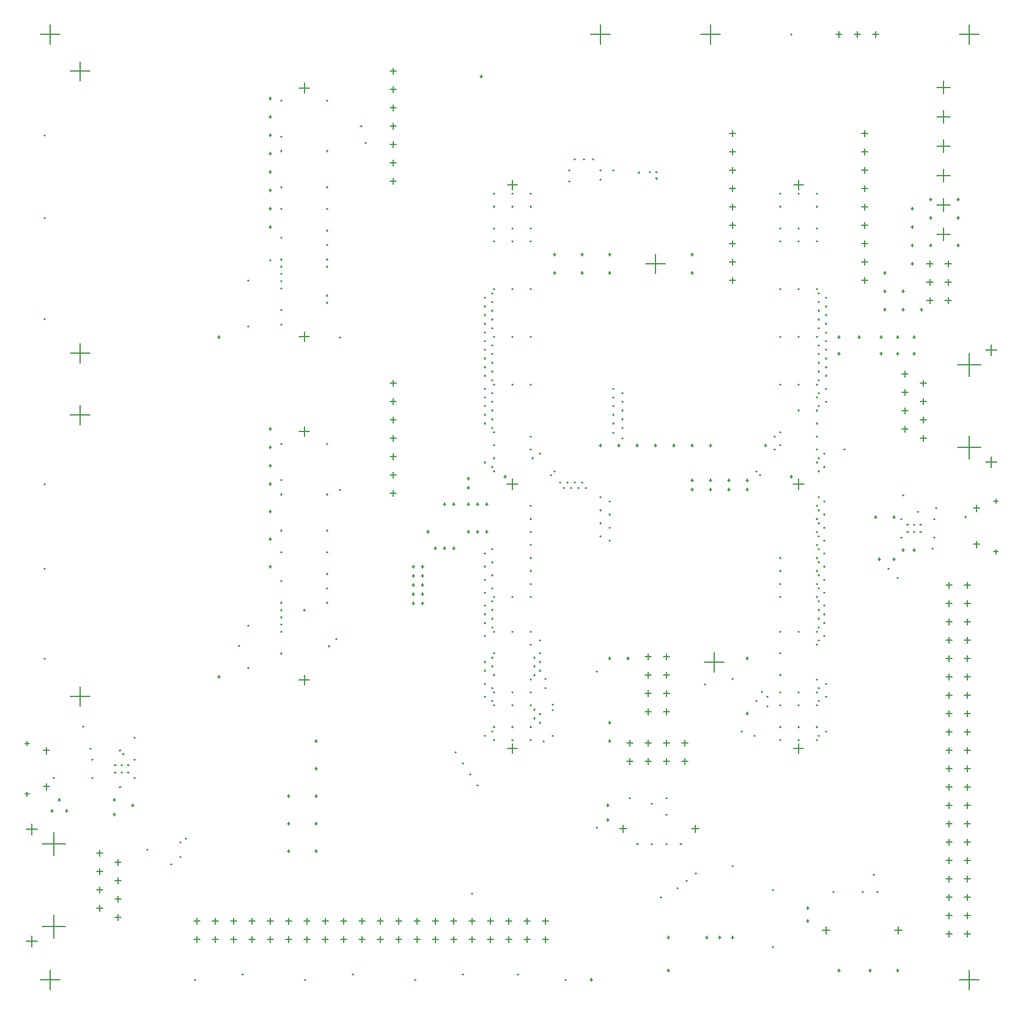
<source format=gbr>
G04 Layer_Color=128*
%FSLAX24Y24*%
%MOIN*%
%TF.FileFunction,Drillmap*%
%TF.Part,Single*%
G01*
G75*
%TA.AperFunction,NonConductor*%
%ADD138C,0.0050*%
D138*
X37669Y19300D02*
X38732D01*
X38200Y18769D02*
Y19832D01*
X51568Y2000D02*
X52632D01*
X52100Y1469D02*
Y2531D01*
X1469Y2000D02*
X2531D01*
X2000Y1469D02*
Y2531D01*
X1469Y53500D02*
X2531D01*
X2000Y52969D02*
Y54032D01*
X51568Y53500D02*
X52632D01*
X52100Y52969D02*
Y54032D01*
X34469Y41000D02*
X35531D01*
X35000Y40469D02*
Y41532D01*
X39023Y41100D02*
X39377D01*
X39200Y40923D02*
Y41277D01*
X39023Y48100D02*
X39377D01*
X39200Y47923D02*
Y48277D01*
X39023Y47100D02*
X39377D01*
X39200Y46923D02*
Y47277D01*
X39023Y46100D02*
X39377D01*
X39200Y45923D02*
Y46277D01*
X39023Y45100D02*
X39377D01*
X39200Y44923D02*
Y45277D01*
X39023Y44100D02*
X39377D01*
X39200Y43923D02*
Y44277D01*
X39023Y43100D02*
X39377D01*
X39200Y42923D02*
Y43277D01*
X39023Y42100D02*
X39377D01*
X39200Y41923D02*
Y42277D01*
X39023Y40100D02*
X39377D01*
X39200Y39923D02*
Y40277D01*
X20523Y51500D02*
X20877D01*
X20700Y51323D02*
Y51677D01*
X20523Y50500D02*
X20877D01*
X20700Y50323D02*
Y50677D01*
X20523Y49500D02*
X20877D01*
X20700Y49323D02*
Y49677D01*
X20523Y48500D02*
X20877D01*
X20700Y48323D02*
Y48677D01*
X20523Y46500D02*
X20877D01*
X20700Y46323D02*
Y46677D01*
X20523Y45500D02*
X20877D01*
X20700Y45323D02*
Y45677D01*
X20523Y47500D02*
X20877D01*
X20700Y47323D02*
Y47677D01*
X50823Y23500D02*
X51177D01*
X51000Y23323D02*
Y23677D01*
X51823Y23500D02*
X52177D01*
X52000Y23323D02*
Y23677D01*
X50823Y22500D02*
X51177D01*
X51000Y22323D02*
Y22677D01*
X51823Y22500D02*
X52177D01*
X52000Y22323D02*
Y22677D01*
X50823Y21500D02*
X51177D01*
X51000Y21323D02*
Y21677D01*
X51823Y21500D02*
X52177D01*
X52000Y21323D02*
Y21677D01*
X50823Y20500D02*
X51177D01*
X51000Y20323D02*
Y20677D01*
X51823Y20500D02*
X52177D01*
X52000Y20323D02*
Y20677D01*
X50823Y19500D02*
X51177D01*
X51000Y19323D02*
Y19677D01*
X51823Y19500D02*
X52177D01*
X52000Y19323D02*
Y19677D01*
X50823Y18500D02*
X51177D01*
X51000Y18323D02*
Y18677D01*
X51823Y18500D02*
X52177D01*
X52000Y18323D02*
Y18677D01*
X50823Y17500D02*
X51177D01*
X51000Y17323D02*
Y17677D01*
X51823Y17500D02*
X52177D01*
X52000Y17323D02*
Y17677D01*
X50823Y16500D02*
X51177D01*
X51000Y16323D02*
Y16677D01*
X51823Y16500D02*
X52177D01*
X52000Y16323D02*
Y16677D01*
X50823Y15500D02*
X51177D01*
X51000Y15323D02*
Y15677D01*
X51823Y15500D02*
X52177D01*
X52000Y15323D02*
Y15677D01*
X50823Y14500D02*
X51177D01*
X51000Y14323D02*
Y14677D01*
X51823Y14500D02*
X52177D01*
X52000Y14323D02*
Y14677D01*
X50823Y13500D02*
X51177D01*
X51000Y13323D02*
Y13677D01*
X51823Y13500D02*
X52177D01*
X52000Y13323D02*
Y13677D01*
X50823Y12500D02*
X51177D01*
X51000Y12323D02*
Y12677D01*
X51823Y12500D02*
X52177D01*
X52000Y12323D02*
Y12677D01*
X50823Y11500D02*
X51177D01*
X51000Y11323D02*
Y11677D01*
X51823Y11500D02*
X52177D01*
X52000Y11323D02*
Y11677D01*
X50823Y10500D02*
X51177D01*
X51000Y10323D02*
Y10677D01*
X51823Y10500D02*
X52177D01*
X52000Y10323D02*
Y10677D01*
X50823Y9500D02*
X51177D01*
X51000Y9323D02*
Y9677D01*
X51823Y9500D02*
X52177D01*
X52000Y9323D02*
Y9677D01*
X50823Y8500D02*
X51177D01*
X51000Y8323D02*
Y8677D01*
X51823Y8500D02*
X52177D01*
X52000Y8323D02*
Y8677D01*
X50823Y7500D02*
X51177D01*
X51000Y7323D02*
Y7677D01*
X51823Y7500D02*
X52177D01*
X52000Y7323D02*
Y7677D01*
X50823Y6500D02*
X51177D01*
X51000Y6323D02*
Y6677D01*
X51823Y6500D02*
X52177D01*
X52000Y6323D02*
Y6677D01*
X50823Y5500D02*
X51177D01*
X51000Y5323D02*
Y5677D01*
X51823Y5500D02*
X52177D01*
X52000Y5323D02*
Y5677D01*
X50823Y4500D02*
X51177D01*
X51000Y4323D02*
Y4677D01*
X51823Y4500D02*
X52177D01*
X52000Y4323D02*
Y4677D01*
X35423Y16600D02*
X35777D01*
X35600Y16423D02*
Y16777D01*
X34423Y16600D02*
X34777D01*
X34600Y16423D02*
Y16777D01*
X35423Y17600D02*
X35777D01*
X35600Y17423D02*
Y17777D01*
X34423Y17600D02*
X34777D01*
X34600Y17423D02*
Y17777D01*
X35423Y18600D02*
X35777D01*
X35600Y18423D02*
Y18777D01*
X34423Y18600D02*
X34777D01*
X34600Y18423D02*
Y18777D01*
X35423Y19600D02*
X35777D01*
X35600Y19423D02*
Y19777D01*
X34423Y19600D02*
X34777D01*
X34600Y19423D02*
Y19777D01*
X4523Y8900D02*
X4877D01*
X4700Y8723D02*
Y9077D01*
X5523Y8400D02*
X5877D01*
X5700Y8223D02*
Y8577D01*
X4523Y7900D02*
X4877D01*
X4700Y7723D02*
Y8077D01*
X5523Y7400D02*
X5877D01*
X5700Y7223D02*
Y7577D01*
X4523Y6900D02*
X4877D01*
X4700Y6723D02*
Y7077D01*
X5523Y6400D02*
X5877D01*
X5700Y6223D02*
Y6577D01*
X4523Y5900D02*
X4877D01*
X4700Y5723D02*
Y6077D01*
X5523Y5400D02*
X5877D01*
X5700Y5223D02*
Y5577D01*
X690Y10200D02*
X1310D01*
X1000Y9890D02*
Y10510D01*
X690Y4100D02*
X1310D01*
X1000Y3790D02*
Y4410D01*
X1560Y9400D02*
X2840D01*
X2200Y8760D02*
Y10040D01*
X1560Y4900D02*
X2840D01*
X2200Y4260D02*
Y5540D01*
X51460Y35500D02*
X52740D01*
X52100Y34860D02*
Y36140D01*
X51460Y31000D02*
X52740D01*
X52100Y30360D02*
Y31640D01*
X52990Y36300D02*
X53610D01*
X53300Y35990D02*
Y36610D01*
X52990Y30200D02*
X53610D01*
X53300Y29890D02*
Y30510D01*
X48423Y35000D02*
X48777D01*
X48600Y34823D02*
Y35177D01*
X49423Y34500D02*
X49777D01*
X49600Y34323D02*
Y34677D01*
X48423Y34000D02*
X48777D01*
X48600Y33823D02*
Y34177D01*
X49423Y33500D02*
X49777D01*
X49600Y33323D02*
Y33677D01*
X48423Y33000D02*
X48777D01*
X48600Y32823D02*
Y33177D01*
X49423Y32500D02*
X49777D01*
X49600Y32323D02*
Y32677D01*
X48423Y32000D02*
X48777D01*
X48600Y31823D02*
Y32177D01*
X49423Y31500D02*
X49777D01*
X49600Y31323D02*
Y31677D01*
X15574Y18326D02*
X16125D01*
X15850Y18050D02*
Y18602D01*
X15574Y31869D02*
X16125D01*
X15850Y31594D02*
Y32145D01*
X15574Y50574D02*
X16125D01*
X15850Y50298D02*
Y50850D01*
X15574Y37031D02*
X16125D01*
X15850Y36755D02*
Y37306D01*
X42524Y45299D02*
X43076D01*
X42800Y45024D02*
Y45575D01*
X42524Y14591D02*
X43076D01*
X42800Y14315D02*
Y14866D01*
X42505Y29000D02*
X43095D01*
X42800Y28705D02*
Y29295D01*
X26905Y29000D02*
X27495D01*
X27200Y28705D02*
Y29295D01*
X26924Y14591D02*
X27476D01*
X27200Y14315D02*
Y14866D01*
X26924Y45299D02*
X27476D01*
X27200Y45024D02*
Y45575D01*
X36972Y10239D02*
X37365D01*
X37169Y10042D02*
Y10435D01*
X33035Y10239D02*
X33428D01*
X33231Y10042D02*
Y10435D01*
X44097Y4700D02*
X44491D01*
X44294Y4503D02*
Y4897D01*
X48034Y4700D02*
X48428D01*
X48231Y4503D02*
Y4897D01*
X46823Y53500D02*
X47177D01*
X47000Y53323D02*
Y53677D01*
X45823Y53500D02*
X46177D01*
X46000Y53323D02*
Y53677D01*
X44823Y53500D02*
X45177D01*
X45000Y53323D02*
Y53677D01*
X20523Y34500D02*
X20877D01*
X20700Y34323D02*
Y34677D01*
X20523Y33500D02*
X20877D01*
X20700Y33323D02*
Y33677D01*
X20523Y32500D02*
X20877D01*
X20700Y32323D02*
Y32677D01*
X20523Y31500D02*
X20877D01*
X20700Y31323D02*
Y31677D01*
X20523Y29500D02*
X20877D01*
X20700Y29323D02*
Y29677D01*
X20523Y28500D02*
X20877D01*
X20700Y28323D02*
Y28677D01*
X20523Y30500D02*
X20877D01*
X20700Y30323D02*
Y30677D01*
X46223Y41100D02*
X46577D01*
X46400Y40923D02*
Y41277D01*
X46223Y48100D02*
X46577D01*
X46400Y47923D02*
Y48277D01*
X46223Y47100D02*
X46577D01*
X46400Y46923D02*
Y47277D01*
X46223Y46100D02*
X46577D01*
X46400Y45923D02*
Y46277D01*
X46223Y45100D02*
X46577D01*
X46400Y44923D02*
Y45277D01*
X46223Y44100D02*
X46577D01*
X46400Y43923D02*
Y44277D01*
X46223Y43100D02*
X46577D01*
X46400Y42923D02*
Y43277D01*
X46223Y42100D02*
X46577D01*
X46400Y41923D02*
Y42277D01*
X46223Y40100D02*
X46577D01*
X46400Y39923D02*
Y40277D01*
X28823Y5200D02*
X29177D01*
X29000Y5023D02*
Y5377D01*
X28823Y4200D02*
X29177D01*
X29000Y4023D02*
Y4377D01*
X27823Y5200D02*
X28177D01*
X28000Y5023D02*
Y5377D01*
X27823Y4200D02*
X28177D01*
X28000Y4023D02*
Y4377D01*
X26823Y5200D02*
X27177D01*
X27000Y5023D02*
Y5377D01*
X26823Y4200D02*
X27177D01*
X27000Y4023D02*
Y4377D01*
X25823Y5200D02*
X26177D01*
X26000Y5023D02*
Y5377D01*
X25823Y4200D02*
X26177D01*
X26000Y4023D02*
Y4377D01*
X24823Y5200D02*
X25177D01*
X25000Y5023D02*
Y5377D01*
X24823Y4200D02*
X25177D01*
X25000Y4023D02*
Y4377D01*
X23823Y5200D02*
X24177D01*
X24000Y5023D02*
Y5377D01*
X23823Y4200D02*
X24177D01*
X24000Y4023D02*
Y4377D01*
X22823Y5200D02*
X23177D01*
X23000Y5023D02*
Y5377D01*
X22823Y4200D02*
X23177D01*
X23000Y4023D02*
Y4377D01*
X21823Y5200D02*
X22177D01*
X22000Y5023D02*
Y5377D01*
X21823Y4200D02*
X22177D01*
X22000Y4023D02*
Y4377D01*
X20823Y5200D02*
X21177D01*
X21000Y5023D02*
Y5377D01*
X20823Y4200D02*
X21177D01*
X21000Y4023D02*
Y4377D01*
X19823Y5200D02*
X20177D01*
X20000Y5023D02*
Y5377D01*
X19823Y4200D02*
X20177D01*
X20000Y4023D02*
Y4377D01*
X18823Y5200D02*
X19177D01*
X19000Y5023D02*
Y5377D01*
X18823Y4200D02*
X19177D01*
X19000Y4023D02*
Y4377D01*
X17823Y5200D02*
X18177D01*
X18000Y5023D02*
Y5377D01*
X17823Y4200D02*
X18177D01*
X18000Y4023D02*
Y4377D01*
X16823Y5200D02*
X17177D01*
X17000Y5023D02*
Y5377D01*
X16823Y4200D02*
X17177D01*
X17000Y4023D02*
Y4377D01*
X15823Y5200D02*
X16177D01*
X16000Y5023D02*
Y5377D01*
X15823Y4200D02*
X16177D01*
X16000Y4023D02*
Y4377D01*
X14823Y5200D02*
X15177D01*
X15000Y5023D02*
Y5377D01*
X14823Y4200D02*
X15177D01*
X15000Y4023D02*
Y4377D01*
X13823Y5200D02*
X14177D01*
X14000Y5023D02*
Y5377D01*
X13823Y4200D02*
X14177D01*
X14000Y4023D02*
Y4377D01*
X12823Y5200D02*
X13177D01*
X13000Y5023D02*
Y5377D01*
X12823Y4200D02*
X13177D01*
X13000Y4023D02*
Y4377D01*
X11823Y5200D02*
X12177D01*
X12000Y5023D02*
Y5377D01*
X11823Y4200D02*
X12177D01*
X12000Y4023D02*
Y4377D01*
X10823Y5200D02*
X11177D01*
X11000Y5023D02*
Y5377D01*
X10823Y4200D02*
X11177D01*
X11000Y4023D02*
Y4377D01*
X9823Y5200D02*
X10177D01*
X10000Y5023D02*
Y5377D01*
X9823Y4200D02*
X10177D01*
X10000Y4023D02*
Y4377D01*
X36423Y14900D02*
X36777D01*
X36600Y14723D02*
Y15077D01*
X36423Y13900D02*
X36777D01*
X36600Y13723D02*
Y14077D01*
X35423Y14900D02*
X35777D01*
X35600Y14723D02*
Y15077D01*
X35423Y13900D02*
X35777D01*
X35600Y13723D02*
Y14077D01*
X34423Y14900D02*
X34777D01*
X34600Y14723D02*
Y15077D01*
X34423Y13900D02*
X34777D01*
X34600Y13723D02*
Y14077D01*
X33423Y14900D02*
X33777D01*
X33600Y14723D02*
Y15077D01*
X33423Y13900D02*
X33777D01*
X33600Y13723D02*
Y14077D01*
X619Y12122D02*
X855D01*
X737Y12004D02*
Y12240D01*
X619Y14878D02*
X855D01*
X737Y14760D02*
Y14996D01*
X1623Y14484D02*
X1977D01*
X1800Y14307D02*
Y14661D01*
X1623Y12516D02*
X1977D01*
X1800Y12339D02*
Y12693D01*
X52323Y27684D02*
X52677D01*
X52500Y27507D02*
Y27861D01*
X52323Y25716D02*
X52677D01*
X52500Y25539D02*
Y25893D01*
X53445Y25322D02*
X53681D01*
X53563Y25204D02*
Y25440D01*
X53445Y28078D02*
X53681D01*
X53563Y27960D02*
Y28196D01*
X50346Y50600D02*
X51054D01*
X50700Y50246D02*
Y50954D01*
X50346Y49000D02*
X51054D01*
X50700Y48646D02*
Y49354D01*
X50346Y47400D02*
X51054D01*
X50700Y47046D02*
Y47754D01*
X50346Y45800D02*
X51054D01*
X50700Y45446D02*
Y46154D01*
X50346Y44200D02*
X51054D01*
X50700Y43846D02*
Y44554D01*
X50346Y42600D02*
X51054D01*
X50700Y42246D02*
Y42954D01*
X49773Y39000D02*
X50127D01*
X49950Y38823D02*
Y39177D01*
X50773Y39000D02*
X51127D01*
X50950Y38823D02*
Y39177D01*
X49773Y40000D02*
X50127D01*
X49950Y39823D02*
Y40177D01*
X50773Y40000D02*
X51127D01*
X50950Y39823D02*
Y40177D01*
X49773Y41000D02*
X50127D01*
X49950Y40823D02*
Y41177D01*
X50773Y41000D02*
X51127D01*
X50950Y40823D02*
Y41177D01*
X46920Y27200D02*
X47080D01*
X47000Y27120D02*
Y27280D01*
X47120Y24900D02*
X47280D01*
X47200Y24820D02*
Y24980D01*
X6560Y15200D02*
X6640D01*
X6600Y15160D02*
Y15240D01*
X14560Y40062D02*
X14640D01*
X14600Y40022D02*
Y40102D01*
X18913Y48500D02*
X18993D01*
X18953Y48460D02*
Y48540D01*
X42360Y53500D02*
X42440D01*
X42400Y53460D02*
Y53540D01*
X49020Y36100D02*
X49180D01*
X49100Y36020D02*
Y36180D01*
X49020Y37000D02*
X49180D01*
X49100Y36920D02*
Y37080D01*
X47220Y36100D02*
X47380D01*
X47300Y36020D02*
Y36180D01*
X48120Y37000D02*
X48280D01*
X48200Y36920D02*
Y37080D01*
X44920Y36100D02*
X45080D01*
X45000Y36020D02*
Y36180D01*
X42760Y33016D02*
X42840D01*
X42800Y32976D02*
Y33056D01*
X43760Y27819D02*
X43840D01*
X43800Y27779D02*
Y27859D01*
X43760Y27110D02*
X43840D01*
X43800Y27070D02*
Y27150D01*
X43760Y26402D02*
X43840D01*
X43800Y26362D02*
Y26442D01*
X43760Y25693D02*
X43840D01*
X43800Y25653D02*
Y25733D01*
X43760Y24984D02*
X43840D01*
X43800Y24944D02*
Y25024D01*
X43760Y24276D02*
X43840D01*
X43800Y24236D02*
Y24316D01*
X43760Y23567D02*
X43840D01*
X43800Y23527D02*
Y23607D01*
X43760Y22858D02*
X43840D01*
X43800Y22818D02*
Y22898D01*
X41760Y22858D02*
X41840D01*
X41800Y22818D02*
Y22898D01*
X31420Y2000D02*
X31580D01*
X31500Y1920D02*
Y2080D01*
X40920Y31100D02*
X41080D01*
X41000Y31020D02*
Y31180D01*
X41460Y31600D02*
X41540D01*
X41500Y31560D02*
Y31640D01*
X41460Y30890D02*
X41540D01*
X41500Y30850D02*
Y30930D01*
X41760Y31126D02*
X41840D01*
X41800Y31086D02*
Y31166D01*
X41760Y31835D02*
X41840D01*
X41800Y31795D02*
Y31875D01*
X43760Y30181D02*
X43840D01*
X43800Y30141D02*
Y30221D01*
X43760Y30890D02*
X43840D01*
X43800Y30850D02*
Y30930D01*
X43760Y31598D02*
X43840D01*
X43800Y31558D02*
Y31638D01*
X43760Y32307D02*
X43840D01*
X43800Y32267D02*
Y32347D01*
X43760Y33016D02*
X43840D01*
X43800Y32976D02*
Y33056D01*
X43760Y33724D02*
X43840D01*
X43800Y33684D02*
Y33764D01*
X24060Y14400D02*
X24140D01*
X24100Y14360D02*
Y14440D01*
X24460Y13800D02*
X24540D01*
X24500Y13760D02*
Y13840D01*
X24860Y13200D02*
X24940D01*
X24900Y13160D02*
Y13240D01*
X25260Y12600D02*
X25340D01*
X25300Y12560D02*
Y12640D01*
X31760Y10300D02*
X31840D01*
X31800Y10260D02*
Y10340D01*
X31760Y18800D02*
X31840D01*
X31800Y18760D02*
Y18840D01*
X36660Y7400D02*
X36740D01*
X36700Y7360D02*
Y7440D01*
X37160Y7800D02*
X37240D01*
X37200Y7760D02*
Y7840D01*
X39160Y8200D02*
X39240D01*
X39200Y8160D02*
Y8240D01*
X13960Y41200D02*
X14040D01*
X14000Y41160D02*
Y41240D01*
X28660Y16008D02*
X28740D01*
X28700Y15968D02*
Y16048D01*
X28360Y16244D02*
X28440D01*
X28400Y16204D02*
Y16284D01*
X28660Y16480D02*
X28740D01*
X28700Y16440D02*
Y16520D01*
X28360Y16717D02*
X28440D01*
X28400Y16677D02*
Y16757D01*
X2160Y12988D02*
X2240D01*
X2200Y12948D02*
Y13028D01*
X5771Y14500D02*
X5851D01*
X5811Y14460D02*
Y14540D01*
X5949Y14300D02*
X6029D01*
X5989Y14260D02*
Y14340D01*
X5771Y12500D02*
X5851D01*
X5811Y12460D02*
Y12540D01*
X4260Y13000D02*
X4340D01*
X4300Y12960D02*
Y13040D01*
X4260Y14000D02*
X4340D01*
X4300Y13960D02*
Y14040D01*
X4160Y14600D02*
X4240D01*
X4200Y14560D02*
Y14640D01*
X3760Y15800D02*
X3840D01*
X3800Y15760D02*
Y15840D01*
X43860Y20496D02*
X43940D01*
X43900Y20456D02*
Y20536D01*
X28660Y20496D02*
X28740D01*
X28700Y20456D02*
Y20536D01*
X44160Y20732D02*
X44240D01*
X44200Y20692D02*
Y20772D01*
X43860Y21205D02*
X43940D01*
X43900Y21165D02*
Y21245D01*
X44160Y21441D02*
X44240D01*
X44200Y21401D02*
Y21481D01*
X43860Y21677D02*
X43940D01*
X43900Y21637D02*
Y21717D01*
X44160Y21913D02*
X44240D01*
X44200Y21873D02*
Y21953D01*
X43860Y22150D02*
X43940D01*
X43900Y22110D02*
Y22190D01*
X44160Y22386D02*
X44240D01*
X44200Y22346D02*
Y22426D01*
X43860Y22622D02*
X43940D01*
X43900Y22582D02*
Y22662D01*
X44160Y23094D02*
X44240D01*
X44200Y23054D02*
Y23134D01*
X43860Y23331D02*
X43940D01*
X43900Y23291D02*
Y23371D01*
X44160Y23803D02*
X44240D01*
X44200Y23763D02*
Y23843D01*
X43860Y24039D02*
X43940D01*
X43900Y23999D02*
Y24079D01*
X44160Y24512D02*
X44240D01*
X44200Y24472D02*
Y24552D01*
X43860Y24748D02*
X43940D01*
X43900Y24708D02*
Y24788D01*
X44160Y25220D02*
X44240D01*
X44200Y25180D02*
Y25260D01*
X43860Y25457D02*
X43940D01*
X43900Y25417D02*
Y25497D01*
X25660Y20732D02*
X25740D01*
X25700Y20692D02*
Y20772D01*
X26060Y21205D02*
X26140D01*
X26100Y21165D02*
Y21245D01*
X25660Y21441D02*
X25740D01*
X25700Y21401D02*
Y21481D01*
X26060Y21677D02*
X26140D01*
X26100Y21637D02*
Y21717D01*
X25660Y21913D02*
X25740D01*
X25700Y21873D02*
Y21953D01*
X26060Y22150D02*
X26140D01*
X26100Y22110D02*
Y22190D01*
X25660Y22386D02*
X25740D01*
X25700Y22346D02*
Y22426D01*
X26060Y22622D02*
X26140D01*
X26100Y22582D02*
Y22662D01*
X25660Y23094D02*
X25740D01*
X25700Y23054D02*
Y23134D01*
X26060Y23331D02*
X26140D01*
X26100Y23291D02*
Y23371D01*
X25660Y23803D02*
X25740D01*
X25700Y23763D02*
Y23843D01*
X26060Y24039D02*
X26140D01*
X26100Y23999D02*
Y24079D01*
X25660Y24512D02*
X25740D01*
X25700Y24472D02*
Y24552D01*
X26060Y24748D02*
X26140D01*
X26100Y24708D02*
Y24788D01*
X25660Y25220D02*
X25740D01*
X25700Y25180D02*
Y25260D01*
X26060Y25457D02*
X26140D01*
X26100Y25417D02*
Y25497D01*
X44160Y25929D02*
X44240D01*
X44200Y25889D02*
Y25969D01*
X43860Y26165D02*
X43940D01*
X43900Y26125D02*
Y26205D01*
X44160Y26638D02*
X44240D01*
X44200Y26598D02*
Y26678D01*
X43860Y26874D02*
X43940D01*
X43900Y26834D02*
Y26914D01*
X44160Y27346D02*
X44240D01*
X44200Y27306D02*
Y27386D01*
X43860Y27583D02*
X43940D01*
X43900Y27543D02*
Y27623D01*
X44160Y28055D02*
X44240D01*
X44200Y28015D02*
Y28095D01*
X40660Y29500D02*
X40740D01*
X40700Y29460D02*
Y29540D01*
X29260Y29500D02*
X29340D01*
X29300Y29460D02*
Y29540D01*
X43860Y28291D02*
X43940D01*
X43900Y28251D02*
Y28331D01*
X43860Y34669D02*
X43940D01*
X43900Y34629D02*
Y34709D01*
X43760Y34433D02*
X43840D01*
X43800Y34393D02*
Y34473D01*
X43860Y33961D02*
X43940D01*
X43900Y33921D02*
Y34001D01*
X44260Y34197D02*
X44340D01*
X44300Y34157D02*
Y34237D01*
X33160Y31500D02*
X33240D01*
X33200Y31460D02*
Y31540D01*
X40460Y29700D02*
X40540D01*
X40500Y29660D02*
Y29740D01*
X29460Y29700D02*
X29540D01*
X29500Y29660D02*
Y29740D01*
X43860Y29709D02*
X43940D01*
X43900Y29669D02*
Y29749D01*
X44160Y29945D02*
X44240D01*
X44200Y29905D02*
Y29985D01*
X43760Y44827D02*
X43840D01*
X43800Y44787D02*
Y44867D01*
X42760Y44827D02*
X42840D01*
X42800Y44787D02*
Y44867D01*
X41760Y44827D02*
X41840D01*
X41800Y44787D02*
Y44867D01*
X43760Y44118D02*
X43840D01*
X43800Y44078D02*
Y44158D01*
X41760Y44118D02*
X41840D01*
X41800Y44078D02*
Y44158D01*
X43760Y42937D02*
X43840D01*
X43800Y42897D02*
Y42977D01*
X41760Y42937D02*
X41840D01*
X41800Y42897D02*
Y42977D01*
X42760Y42937D02*
X42840D01*
X42800Y42897D02*
Y42977D01*
X41760Y42228D02*
X41840D01*
X41800Y42188D02*
Y42268D01*
X42760Y42228D02*
X42840D01*
X42800Y42188D02*
Y42268D01*
X43760Y42228D02*
X43840D01*
X43800Y42188D02*
Y42268D01*
X43760Y39630D02*
X43840D01*
X43800Y39590D02*
Y39670D01*
X42760Y39630D02*
X42840D01*
X42800Y39590D02*
Y39670D01*
X41760Y39630D02*
X41840D01*
X41800Y39590D02*
Y39670D01*
X26160Y44827D02*
X26240D01*
X26200Y44787D02*
Y44867D01*
X28160Y44827D02*
X28240D01*
X28200Y44787D02*
Y44867D01*
X27160Y44827D02*
X27240D01*
X27200Y44787D02*
Y44867D01*
X28160Y44118D02*
X28240D01*
X28200Y44078D02*
Y44158D01*
X27160Y44118D02*
X27240D01*
X27200Y44078D02*
Y44158D01*
X26160Y44118D02*
X26240D01*
X26200Y44078D02*
Y44158D01*
X28160Y42937D02*
X28240D01*
X28200Y42897D02*
Y42977D01*
X27160Y42937D02*
X27240D01*
X27200Y42897D02*
Y42977D01*
X26160Y42937D02*
X26240D01*
X26200Y42897D02*
Y42977D01*
X26160Y42228D02*
X26240D01*
X26200Y42188D02*
Y42268D01*
X27160Y42228D02*
X27240D01*
X27200Y42188D02*
Y42268D01*
X28160Y42228D02*
X28240D01*
X28200Y42188D02*
Y42268D01*
X27160Y39630D02*
X27240D01*
X27200Y39590D02*
Y39670D01*
X28160Y39630D02*
X28240D01*
X28200Y39590D02*
Y39670D01*
X41760Y37032D02*
X41840D01*
X41800Y36992D02*
Y37071D01*
X42760Y37032D02*
X42840D01*
X42800Y36992D02*
Y37071D01*
X43760Y37032D02*
X43840D01*
X43800Y36992D02*
Y37071D01*
X44260Y36795D02*
X44340D01*
X44300Y36755D02*
Y36835D01*
X43860Y36559D02*
X43940D01*
X43900Y36519D02*
Y36599D01*
X44260Y36323D02*
X44340D01*
X44300Y36283D02*
Y36363D01*
X43860Y36087D02*
X43940D01*
X43900Y36047D02*
Y36127D01*
X44260Y35850D02*
X44340D01*
X44300Y35810D02*
Y35890D01*
X43860Y35614D02*
X43940D01*
X43900Y35574D02*
Y35654D01*
X44260Y35378D02*
X44340D01*
X44300Y35338D02*
Y35418D01*
X43860Y35142D02*
X43940D01*
X43900Y35102D02*
Y35182D01*
X44260Y34906D02*
X44340D01*
X44300Y34866D02*
Y34946D01*
X42760Y34433D02*
X42840D01*
X42800Y34393D02*
Y34473D01*
X41760Y34433D02*
X41840D01*
X41800Y34393D02*
Y34473D01*
X28160Y34433D02*
X28240D01*
X28200Y34393D02*
Y34473D01*
X27160Y34433D02*
X27240D01*
X27200Y34393D02*
Y34473D01*
X26160Y34433D02*
X26240D01*
X26200Y34393D02*
Y34473D01*
X26060Y34669D02*
X26140D01*
X26100Y34629D02*
Y34709D01*
X25660Y34906D02*
X25740D01*
X25700Y34866D02*
Y34946D01*
X26060Y35142D02*
X26140D01*
X26100Y35102D02*
Y35182D01*
X25660Y35378D02*
X25740D01*
X25700Y35338D02*
Y35418D01*
X26060Y35614D02*
X26140D01*
X26100Y35574D02*
Y35654D01*
X25660Y35850D02*
X25740D01*
X25700Y35810D02*
Y35890D01*
X26060Y36087D02*
X26140D01*
X26100Y36047D02*
Y36127D01*
X25660Y36323D02*
X25740D01*
X25700Y36283D02*
Y36363D01*
X26060Y36559D02*
X26140D01*
X26100Y36519D02*
Y36599D01*
X25660Y36795D02*
X25740D01*
X25700Y36755D02*
Y36835D01*
X25660Y37268D02*
X25740D01*
X25700Y37228D02*
Y37308D01*
X26060Y37504D02*
X26140D01*
X26100Y37464D02*
Y37544D01*
X25660Y37740D02*
X25740D01*
X25700Y37700D02*
Y37780D01*
X26060Y37976D02*
X26140D01*
X26100Y37936D02*
Y38016D01*
X25660Y38213D02*
X25740D01*
X25700Y38173D02*
Y38253D01*
X26060Y38449D02*
X26140D01*
X26100Y38409D02*
Y38489D01*
X44260Y37268D02*
X44340D01*
X44300Y37228D02*
Y37308D01*
X43860Y37504D02*
X43940D01*
X43900Y37464D02*
Y37544D01*
X44260Y37740D02*
X44340D01*
X44300Y37700D02*
Y37780D01*
X43860Y37976D02*
X43940D01*
X43900Y37936D02*
Y38016D01*
X44260Y38213D02*
X44340D01*
X44300Y38173D02*
Y38253D01*
X43860Y38449D02*
X43940D01*
X43900Y38409D02*
Y38489D01*
X28160Y37032D02*
X28240D01*
X28200Y36992D02*
Y37071D01*
X27160Y37032D02*
X27240D01*
X27200Y36992D02*
Y37071D01*
X26160Y37032D02*
X26240D01*
X26200Y36992D02*
Y37071D01*
X44260Y38685D02*
X44340D01*
X44300Y38645D02*
Y38725D01*
X43860Y38921D02*
X43940D01*
X43900Y38881D02*
Y38961D01*
X44260Y39157D02*
X44340D01*
X44300Y39117D02*
Y39197D01*
X43860Y39394D02*
X43940D01*
X43900Y39354D02*
Y39434D01*
X25660Y38685D02*
X25740D01*
X25700Y38645D02*
Y38725D01*
X26060Y38921D02*
X26140D01*
X26100Y38881D02*
Y38961D01*
X25660Y39157D02*
X25740D01*
X25700Y39117D02*
Y39197D01*
X26060Y39394D02*
X26140D01*
X26100Y39354D02*
Y39434D01*
X26160Y39630D02*
X26240D01*
X26200Y39590D02*
Y39670D01*
X43760Y18370D02*
X43840D01*
X43800Y18330D02*
Y18410D01*
X41760Y18606D02*
X41840D01*
X41800Y18566D02*
Y18646D01*
X41760Y19787D02*
X41840D01*
X41800Y19747D02*
Y19827D01*
X43760Y20260D02*
X43840D01*
X43800Y20220D02*
Y20300D01*
X42760Y20969D02*
X42840D01*
X42800Y20929D02*
Y21009D01*
X43760Y20969D02*
X43840D01*
X43800Y20929D02*
Y21009D01*
X41760Y20969D02*
X41840D01*
X41800Y20929D02*
Y21009D01*
X47060Y6800D02*
X47140D01*
X47100Y6760D02*
Y6840D01*
X46260Y6800D02*
X46340D01*
X46300Y6760D02*
Y6840D01*
X44660Y6800D02*
X44740D01*
X44700Y6760D02*
Y6840D01*
X40460Y17189D02*
X40540D01*
X40500Y17149D02*
Y17229D01*
X40760Y17700D02*
X40840D01*
X40800Y17660D02*
Y17740D01*
X43760Y15063D02*
X43840D01*
X43800Y15023D02*
Y15103D01*
X41760Y15063D02*
X41840D01*
X41800Y15023D02*
Y15103D01*
X42760Y15063D02*
X42840D01*
X42800Y15023D02*
Y15103D01*
X42760Y15772D02*
X42840D01*
X42800Y15732D02*
Y15812D01*
X43760Y15772D02*
X43840D01*
X43800Y15732D02*
Y15812D01*
X41760Y15772D02*
X41840D01*
X41800Y15732D02*
Y15812D01*
X43760Y17661D02*
X43840D01*
X43800Y17621D02*
Y17701D01*
X42760Y17661D02*
X42840D01*
X42800Y17621D02*
Y17701D01*
X41760Y17661D02*
X41840D01*
X41800Y17621D02*
Y17701D01*
X42760Y16953D02*
X42840D01*
X42800Y16913D02*
Y16993D01*
X41760Y16953D02*
X41840D01*
X41800Y16913D02*
Y16993D01*
X43760Y16953D02*
X43840D01*
X43800Y16913D02*
Y16993D01*
X41360Y3800D02*
X41440D01*
X41400Y3760D02*
Y3840D01*
X41360Y6900D02*
X41440D01*
X41400Y6860D02*
Y6940D01*
X28360Y19551D02*
X28440D01*
X28400Y19511D02*
Y19591D01*
X36341Y9400D02*
X36421D01*
X36381Y9360D02*
Y9440D01*
X35554Y9400D02*
X35634D01*
X35594Y9360D02*
Y9440D01*
X34766Y9400D02*
X34846D01*
X34806Y9360D02*
Y9440D01*
X33979Y9400D02*
X34059D01*
X34019Y9360D02*
Y9440D01*
X36160Y7000D02*
X36240D01*
X36200Y6960D02*
Y7040D01*
X35260Y6500D02*
X35340D01*
X35300Y6460D02*
Y6540D01*
X28660Y19787D02*
X28740D01*
X28700Y19747D02*
Y19827D01*
X28660Y19315D02*
X28740D01*
X28700Y19275D02*
Y19355D01*
X28360Y19079D02*
X28440D01*
X28400Y19039D02*
Y19119D01*
X28660Y18843D02*
X28740D01*
X28700Y18803D02*
Y18883D01*
X28360Y18606D02*
X28440D01*
X28400Y18566D02*
Y18646D01*
X29360Y17000D02*
X29440D01*
X29400Y16960D02*
Y17040D01*
X29360Y16700D02*
X29440D01*
X29400Y16660D02*
Y16740D01*
X29360Y15300D02*
X29440D01*
X29400Y15260D02*
Y15340D01*
X28860Y15000D02*
X28940D01*
X28900Y14960D02*
Y15040D01*
X28160Y27819D02*
X28240D01*
X28200Y27779D02*
Y27859D01*
X28160Y27110D02*
X28240D01*
X28200Y27070D02*
Y27150D01*
X28158Y26402D02*
X28238D01*
X28198Y26362D02*
Y26442D01*
X28160Y25693D02*
X28240D01*
X28200Y25653D02*
Y25733D01*
X28160Y24984D02*
X28240D01*
X28200Y24944D02*
Y25024D01*
X28160Y24276D02*
X28240D01*
X28200Y24236D02*
Y24316D01*
X28160Y23567D02*
X28240D01*
X28200Y23527D02*
Y23607D01*
X26160Y22858D02*
X26240D01*
X26200Y22818D02*
Y22898D01*
X28160Y22858D02*
X28240D01*
X28200Y22818D02*
Y22898D01*
X27160Y22858D02*
X27240D01*
X27200Y22818D02*
Y22898D01*
X26160Y20969D02*
X26240D01*
X26200Y20929D02*
Y21009D01*
X27160Y20969D02*
X27240D01*
X27200Y20929D02*
Y21009D01*
X28160Y20969D02*
X28240D01*
X28200Y20929D02*
Y21009D01*
X28160Y20260D02*
X28240D01*
X28200Y20220D02*
Y20300D01*
X26160Y19787D02*
X26240D01*
X26200Y19747D02*
Y19827D01*
X26160Y18606D02*
X26240D01*
X26200Y18566D02*
Y18646D01*
X28160Y18370D02*
X28240D01*
X28200Y18330D02*
Y18410D01*
X26160Y17661D02*
X26240D01*
X26200Y17621D02*
Y17701D01*
X28160Y17661D02*
X28240D01*
X28200Y17621D02*
Y17701D01*
X27160Y17661D02*
X27240D01*
X27200Y17621D02*
Y17701D01*
X26160Y16953D02*
X26240D01*
X26200Y16913D02*
Y16993D01*
X28160Y16953D02*
X28240D01*
X28200Y16913D02*
Y16993D01*
X27160Y16953D02*
X27240D01*
X27200Y16913D02*
Y16993D01*
X28160Y15063D02*
X28240D01*
X28200Y15023D02*
Y15103D01*
X26160Y15063D02*
X26240D01*
X26200Y15023D02*
Y15103D01*
X27160Y15063D02*
X27240D01*
X27200Y15023D02*
Y15103D01*
X28160Y15772D02*
X28240D01*
X28200Y15732D02*
Y15812D01*
X27160Y15772D02*
X27240D01*
X27200Y15732D02*
Y15812D01*
X26160Y15772D02*
X26240D01*
X26200Y15732D02*
Y15812D01*
X39660Y15535D02*
X39740D01*
X39700Y15495D02*
Y15575D01*
X40360Y15300D02*
X40440D01*
X40400Y15260D02*
Y15340D01*
X44260Y15535D02*
X44340D01*
X44300Y15495D02*
Y15575D01*
X43860Y15299D02*
X43940D01*
X43900Y15259D02*
Y15339D01*
X25660Y15299D02*
X25740D01*
X25700Y15259D02*
Y15339D01*
X33560Y11900D02*
X33640D01*
X33600Y11860D02*
Y11940D01*
X35560Y11900D02*
X35640D01*
X35600Y11860D02*
Y11940D01*
X34760Y11600D02*
X34840D01*
X34800Y11560D02*
Y11640D01*
X26060Y15535D02*
X26140D01*
X26100Y15495D02*
Y15575D01*
X35560Y11000D02*
X35640D01*
X35600Y10960D02*
Y11040D01*
X39160Y18400D02*
X39240D01*
X39200Y18360D02*
Y18440D01*
X37660Y18100D02*
X37740D01*
X37700Y18060D02*
Y18140D01*
X43860Y17898D02*
X43940D01*
X43900Y17858D02*
Y17938D01*
X44260Y18134D02*
X44340D01*
X44300Y18094D02*
Y18174D01*
X28960Y17900D02*
X29040D01*
X29000Y17860D02*
Y17940D01*
X28960Y18400D02*
X29040D01*
X29000Y18360D02*
Y18440D01*
X25660Y18134D02*
X25740D01*
X25700Y18094D02*
Y18174D01*
X26060Y17898D02*
X26140D01*
X26100Y17858D02*
Y17938D01*
X26060Y17189D02*
X26140D01*
X26100Y17149D02*
Y17229D01*
X25660Y17425D02*
X25740D01*
X25700Y17385D02*
Y17465D01*
X43860Y17189D02*
X43940D01*
X43900Y17149D02*
Y17229D01*
X44260Y17425D02*
X44340D01*
X44300Y17385D02*
Y17465D01*
X41060Y16900D02*
X41140D01*
X41100Y16860D02*
Y16940D01*
X41060Y17425D02*
X41140D01*
X41100Y17385D02*
Y17465D01*
X30260Y46100D02*
X30340D01*
X30300Y46060D02*
Y46140D01*
X30260Y45500D02*
X30340D01*
X30300Y45460D02*
Y45540D01*
X31960Y45600D02*
X32040D01*
X32000Y45560D02*
Y45640D01*
X31960Y46100D02*
X32040D01*
X32000Y46060D02*
Y46140D01*
X32660Y46100D02*
X32740D01*
X32700Y46060D02*
Y46140D01*
X34660Y46000D02*
X34740D01*
X34700Y45960D02*
Y46040D01*
X35010Y45650D02*
X35090D01*
X35050Y45610D02*
Y45690D01*
X35010Y46000D02*
X35090D01*
X35050Y45960D02*
Y46040D01*
X30560Y46700D02*
X30640D01*
X30600Y46660D02*
Y46740D01*
X31060Y46700D02*
X31140D01*
X31100Y46660D02*
Y46740D01*
X31560Y46700D02*
X31640D01*
X31600Y46660D02*
Y46740D01*
X26160Y30417D02*
X26240D01*
X26200Y30377D02*
Y30457D01*
X26160Y31126D02*
X26240D01*
X26200Y31086D02*
Y31166D01*
X26160Y31835D02*
X26240D01*
X26200Y31795D02*
Y31875D01*
X26060Y33961D02*
X26140D01*
X26100Y33921D02*
Y34001D01*
X25660Y33724D02*
X25740D01*
X25700Y33684D02*
Y33764D01*
X26060Y33488D02*
X26140D01*
X26100Y33448D02*
Y33528D01*
X25660Y33252D02*
X25740D01*
X25700Y33212D02*
Y33292D01*
X26060Y33016D02*
X26140D01*
X26100Y32976D02*
Y33056D01*
X25660Y32780D02*
X25740D01*
X25700Y32740D02*
Y32820D01*
X26060Y32543D02*
X26140D01*
X26100Y32503D02*
Y32583D01*
X25660Y32307D02*
X25740D01*
X25700Y32267D02*
Y32347D01*
X26060Y32071D02*
X26140D01*
X26100Y32031D02*
Y32111D01*
X32660Y34197D02*
X32740D01*
X32700Y34157D02*
Y34237D01*
X33160Y33961D02*
X33240D01*
X33200Y33921D02*
Y34001D01*
X32660Y33724D02*
X32740D01*
X32700Y33684D02*
Y33764D01*
X32660Y33252D02*
X32740D01*
X32700Y33212D02*
Y33292D01*
X32660Y32780D02*
X32740D01*
X32700Y32740D02*
Y32820D01*
X33160Y32543D02*
X33240D01*
X33200Y32503D02*
Y32583D01*
X33160Y33016D02*
X33240D01*
X33200Y32976D02*
Y33056D01*
X33160Y33488D02*
X33240D01*
X33200Y33448D02*
Y33528D01*
X32660Y32307D02*
X32740D01*
X32700Y32267D02*
Y32347D01*
X33160Y32071D02*
X33240D01*
X33200Y32031D02*
Y32111D01*
X25660Y30181D02*
X25740D01*
X25700Y30141D02*
Y30221D01*
X26060Y29945D02*
X26140D01*
X26100Y29905D02*
Y29985D01*
X32660Y31800D02*
X32740D01*
X32700Y31760D02*
Y31840D01*
X28260Y30417D02*
X28340D01*
X28300Y30377D02*
Y30457D01*
X28660Y30654D02*
X28740D01*
X28700Y30614D02*
Y30694D01*
X43860Y30417D02*
X43940D01*
X43900Y30377D02*
Y30457D01*
X44160Y30654D02*
X44240D01*
X44200Y30614D02*
Y30694D01*
X14560Y49905D02*
X14640D01*
X14600Y49865D02*
Y49945D01*
X17060Y49905D02*
X17140D01*
X17100Y49865D02*
Y49945D01*
X14560Y37700D02*
X14640D01*
X14600Y37660D02*
Y37740D01*
X14560Y38487D02*
X14640D01*
X14600Y38447D02*
Y38527D01*
X17060Y38881D02*
X17140D01*
X17100Y38841D02*
Y38921D01*
X17060Y39275D02*
X17140D01*
X17100Y39235D02*
Y39315D01*
X14560Y39669D02*
X14640D01*
X14600Y39629D02*
Y39709D01*
X14560Y40850D02*
X14640D01*
X14600Y40810D02*
Y40890D01*
X17060Y40850D02*
X17140D01*
X17100Y40810D02*
Y40890D01*
X17060Y42031D02*
X17140D01*
X17100Y41991D02*
Y42071D01*
X14560Y42424D02*
X14640D01*
X14600Y42384D02*
Y42464D01*
X17060Y42818D02*
X17140D01*
X17100Y42778D02*
Y42858D01*
X17060Y43999D02*
X17140D01*
X17100Y43959D02*
Y44039D01*
X14560Y44000D02*
X14640D01*
X14600Y43960D02*
Y44040D01*
X14560Y45180D02*
X14640D01*
X14600Y45140D02*
Y45220D01*
X17060Y45180D02*
X17140D01*
X17100Y45140D02*
Y45220D01*
X14560Y47149D02*
X14640D01*
X14600Y47109D02*
Y47189D01*
X17060Y47149D02*
X17140D01*
X17100Y47109D02*
Y47189D01*
X14560Y47936D02*
X14640D01*
X14600Y47896D02*
Y47976D01*
X19160Y47600D02*
X19240D01*
X19200Y47560D02*
Y47640D01*
X14560Y41243D02*
X14640D01*
X14600Y41203D02*
Y41283D01*
X14560Y40456D02*
X14640D01*
X14600Y40416D02*
Y40496D01*
X12760Y40100D02*
X12840D01*
X12800Y40060D02*
Y40140D01*
X29760Y29100D02*
X29840D01*
X29800Y29060D02*
Y29140D01*
X29960Y28800D02*
X30040D01*
X30000Y28760D02*
Y28840D01*
X30160Y29100D02*
X30240D01*
X30200Y29060D02*
Y29140D01*
X30360Y28800D02*
X30440D01*
X30400Y28760D02*
Y28840D01*
X30560Y29100D02*
X30640D01*
X30600Y29060D02*
Y29140D01*
X30760Y28800D02*
X30840D01*
X30800Y28760D02*
Y28840D01*
X14560Y31200D02*
X14640D01*
X14600Y31160D02*
Y31240D01*
X17060Y31200D02*
X17140D01*
X17100Y31160D02*
Y31240D01*
X14560Y29232D02*
X14640D01*
X14600Y29192D02*
Y29272D01*
X14560Y28444D02*
X14640D01*
X14600Y28404D02*
Y28484D01*
X17060Y28444D02*
X17140D01*
X17100Y28404D02*
Y28484D01*
X14560Y26476D02*
X14640D01*
X14600Y26436D02*
Y26516D01*
X17060Y26476D02*
X17140D01*
X17100Y26436D02*
Y26516D01*
X14560Y25294D02*
X14640D01*
X14600Y25254D02*
Y25334D01*
X17060Y25294D02*
X17140D01*
X17100Y25254D02*
Y25334D01*
X17060Y24113D02*
X17140D01*
X17100Y24073D02*
Y24153D01*
X14560Y23720D02*
X14640D01*
X14600Y23680D02*
Y23760D01*
X17060Y23326D02*
X17140D01*
X17100Y23286D02*
Y23366D01*
X14560Y22145D02*
X14640D01*
X14600Y22105D02*
Y22185D01*
X14560Y22539D02*
X14640D01*
X14600Y22499D02*
Y22579D01*
X14560Y20964D02*
X14640D01*
X14600Y20924D02*
Y21004D01*
X14560Y21751D02*
X14640D01*
X14600Y21711D02*
Y21791D01*
X14560Y21357D02*
X14640D01*
X14600Y21317D02*
Y21397D01*
X17760Y37000D02*
X17840D01*
X17800Y36960D02*
Y37040D01*
X17760Y28700D02*
X17840D01*
X17800Y28660D02*
Y28740D01*
X17060Y41243D02*
X17140D01*
X17100Y41203D02*
Y41283D01*
X1660Y48000D02*
X1740D01*
X1700Y47960D02*
Y48040D01*
X1660Y43500D02*
X1740D01*
X1700Y43460D02*
Y43540D01*
X1660Y38000D02*
X1740D01*
X1700Y37960D02*
Y38040D01*
X1660Y29000D02*
X1740D01*
X1700Y28960D02*
Y29040D01*
X1660Y19500D02*
X1740D01*
X1700Y19460D02*
Y19540D01*
X17060Y22539D02*
X17140D01*
X17100Y22499D02*
Y22579D01*
X12760Y21300D02*
X12840D01*
X12800Y21260D02*
Y21340D01*
X12760Y19000D02*
X12840D01*
X12800Y18960D02*
Y19040D01*
X25660Y34197D02*
X25740D01*
X25700Y34157D02*
Y34237D01*
X8560Y8300D02*
X8640D01*
X8600Y8260D02*
Y8340D01*
X9060Y8700D02*
X9140D01*
X9100Y8660D02*
Y8740D01*
X9060Y9500D02*
X9140D01*
X9100Y9460D02*
Y9540D01*
X12260Y20200D02*
X12340D01*
X12300Y20160D02*
Y20240D01*
X15810Y22145D02*
X15890D01*
X15850Y22105D02*
Y22185D01*
X9360Y9700D02*
X9440D01*
X9400Y9660D02*
Y9740D01*
X26060Y19551D02*
X26140D01*
X26100Y19511D02*
Y19591D01*
X25660Y19315D02*
X25740D01*
X25700Y19275D02*
Y19355D01*
X26060Y19079D02*
X26140D01*
X26100Y19039D02*
Y19119D01*
X25660Y18843D02*
X25740D01*
X25700Y18803D02*
Y18883D01*
X27460Y2300D02*
X27540D01*
X27500Y2260D02*
Y2340D01*
X30060Y2000D02*
X30140D01*
X30100Y1960D02*
Y2040D01*
X24460Y2300D02*
X24540D01*
X24500Y2260D02*
Y2340D01*
X21860Y2000D02*
X21940D01*
X21900Y1960D02*
Y2040D01*
X18460Y2300D02*
X18540D01*
X18500Y2260D02*
Y2340D01*
X15860Y2000D02*
X15940D01*
X15900Y1960D02*
Y2040D01*
X12460Y2300D02*
X12540D01*
X12500Y2260D02*
Y2340D01*
X9860Y2000D02*
X9940D01*
X9900Y1960D02*
Y2040D01*
X21720Y24500D02*
X21880D01*
X21800Y24420D02*
Y24580D01*
X22220Y24500D02*
X22380D01*
X22300Y24420D02*
Y24580D01*
X21720Y24000D02*
X21880D01*
X21800Y23920D02*
Y24080D01*
X22220Y24000D02*
X22380D01*
X22300Y23920D02*
Y24080D01*
X22220Y23500D02*
X22380D01*
X22300Y23420D02*
Y23580D01*
X21720Y23500D02*
X21880D01*
X21800Y23420D02*
Y23580D01*
X21720Y23000D02*
X21880D01*
X21800Y22920D02*
Y23080D01*
X22220Y23000D02*
X22380D01*
X22300Y22920D02*
Y23080D01*
X21720Y22500D02*
X21880D01*
X21800Y22420D02*
Y22580D01*
X22220Y22500D02*
X22380D01*
X22300Y22420D02*
Y22580D01*
X24720Y26400D02*
X24880D01*
X24800Y26320D02*
Y26480D01*
X25220Y26400D02*
X25380D01*
X25300Y26320D02*
Y26480D01*
X25720Y26400D02*
X25880D01*
X25800Y26320D02*
Y26480D01*
X22520Y26400D02*
X22680D01*
X22600Y26320D02*
Y26480D01*
X22920Y25500D02*
X23080D01*
X23000Y25420D02*
Y25580D01*
X23420Y25500D02*
X23580D01*
X23500Y25420D02*
Y25580D01*
X23920Y25500D02*
X24080D01*
X24000Y25420D02*
Y25580D01*
X25720Y27900D02*
X25880D01*
X25800Y27820D02*
Y27980D01*
X25220Y27900D02*
X25380D01*
X25300Y27820D02*
Y27980D01*
X24720Y27900D02*
X24880D01*
X24800Y27820D02*
Y27980D01*
X23920Y27900D02*
X24080D01*
X24000Y27820D02*
Y27980D01*
X23420Y27900D02*
X23580D01*
X23500Y27820D02*
Y27980D01*
X24720Y28800D02*
X24880D01*
X24800Y28720D02*
Y28880D01*
X24720Y29300D02*
X24880D01*
X24800Y29220D02*
Y29380D01*
X31960Y28291D02*
X32040D01*
X32000Y28251D02*
Y28331D01*
X32460Y28055D02*
X32540D01*
X32500Y28015D02*
Y28095D01*
X31960Y27583D02*
X32040D01*
X32000Y27543D02*
Y27623D01*
X32460Y27346D02*
X32540D01*
X32500Y27306D02*
Y27386D01*
X31960Y26874D02*
X32040D01*
X32000Y26834D02*
Y26914D01*
X32460Y26638D02*
X32540D01*
X32500Y26598D02*
Y26678D01*
X31960Y26165D02*
X32040D01*
X32000Y26125D02*
Y26205D01*
X32460Y25929D02*
X32540D01*
X32500Y25889D02*
Y25969D01*
X39920Y28700D02*
X40080D01*
X40000Y28620D02*
Y28780D01*
X38920Y28700D02*
X39080D01*
X39000Y28620D02*
Y28780D01*
X37920Y28700D02*
X38080D01*
X38000Y28620D02*
Y28780D01*
X37920Y29200D02*
X38080D01*
X38000Y29120D02*
Y29280D01*
X38920Y29200D02*
X39080D01*
X39000Y29120D02*
Y29280D01*
X39920Y29200D02*
X40080D01*
X40000Y29120D02*
Y29280D01*
X37920Y31100D02*
X38080D01*
X38000Y31020D02*
Y31180D01*
X36920Y31100D02*
X37080D01*
X37000Y31020D02*
Y31180D01*
X35920Y31100D02*
X36080D01*
X36000Y31020D02*
Y31180D01*
X34920Y31100D02*
X35080D01*
X35000Y31020D02*
Y31180D01*
X33920Y31100D02*
X34080D01*
X34000Y31020D02*
Y31180D01*
X32920Y31100D02*
X33080D01*
X33000Y31020D02*
Y31180D01*
X31920Y31100D02*
X32080D01*
X32000Y31020D02*
Y31180D01*
X36920Y29200D02*
X37080D01*
X37000Y29120D02*
Y29280D01*
X36920Y28700D02*
X37080D01*
X37000Y28620D02*
Y28780D01*
X41760Y24984D02*
X41840D01*
X41800Y24944D02*
Y25024D01*
X41760Y23567D02*
X41840D01*
X41800Y23527D02*
Y23607D01*
X41760Y24276D02*
X41840D01*
X41800Y24236D02*
Y24316D01*
X28160Y31600D02*
X28240D01*
X28200Y31560D02*
Y31640D01*
X28160Y30890D02*
X28240D01*
X28200Y30850D02*
Y30930D01*
X26160Y29709D02*
X26240D01*
X26200Y29669D02*
Y29749D01*
X42320Y29400D02*
X42480D01*
X42400Y29320D02*
Y29480D01*
X26720Y29400D02*
X26880D01*
X26800Y29320D02*
Y29480D01*
X47420Y38500D02*
X47580D01*
X47500Y38420D02*
Y38580D01*
X49420Y38500D02*
X49580D01*
X49500Y38420D02*
Y38580D01*
X48420Y38500D02*
X48580D01*
X48500Y38420D02*
Y38580D01*
X48920Y42000D02*
X49080D01*
X49000Y41920D02*
Y42080D01*
X48420Y39500D02*
X48580D01*
X48500Y39420D02*
Y39580D01*
X47420Y39500D02*
X47580D01*
X47500Y39420D02*
Y39580D01*
X47420Y40500D02*
X47580D01*
X47500Y40420D02*
Y40580D01*
X48920Y41000D02*
X49080D01*
X49000Y40920D02*
Y41080D01*
X48920Y43000D02*
X49080D01*
X49000Y42920D02*
Y43080D01*
X48920Y44000D02*
X49080D01*
X49000Y43920D02*
Y44080D01*
X49920Y43500D02*
X50080D01*
X50000Y43420D02*
Y43580D01*
X51420Y43500D02*
X51580D01*
X51500Y43420D02*
Y43580D01*
X51420Y42000D02*
X51580D01*
X51500Y41920D02*
Y42080D01*
X49920Y42000D02*
X50080D01*
X50000Y41920D02*
Y42080D01*
X49920Y44500D02*
X50080D01*
X50000Y44420D02*
Y44580D01*
X51420Y44500D02*
X51580D01*
X51500Y44420D02*
Y44580D01*
X46020Y37000D02*
X46180D01*
X46100Y36920D02*
Y37080D01*
X47220Y37000D02*
X47380D01*
X47300Y36920D02*
Y37080D01*
X44920Y37000D02*
X45080D01*
X45000Y36920D02*
Y37080D01*
X48120Y36100D02*
X48280D01*
X48200Y36020D02*
Y36180D01*
X51860Y27212D02*
X51940D01*
X51900Y27172D02*
Y27252D01*
X50260Y27700D02*
X50340D01*
X50300Y27660D02*
Y27740D01*
X50160Y27100D02*
X50240D01*
X50200Y27060D02*
Y27140D01*
X50160Y26100D02*
X50240D01*
X50200Y26060D02*
Y26140D01*
X48460Y28400D02*
X48540D01*
X48500Y28360D02*
Y28440D01*
X45260Y30900D02*
X45340D01*
X45300Y30860D02*
Y30940D01*
X49260Y27500D02*
X49340D01*
X49300Y27460D02*
Y27540D01*
X47920Y27200D02*
X48080D01*
X48000Y27120D02*
Y27280D01*
X47920Y24900D02*
X48080D01*
X48000Y24820D02*
Y24980D01*
X49020Y25400D02*
X49180D01*
X49100Y25320D02*
Y25480D01*
X48420Y25400D02*
X48580D01*
X48500Y25320D02*
Y25480D01*
X43860Y33252D02*
X43940D01*
X43900Y33212D02*
Y33292D01*
X44260Y33488D02*
X44340D01*
X44300Y33448D02*
Y33528D01*
X14560Y19783D02*
X14640D01*
X14600Y19743D02*
Y19823D01*
X11120Y18500D02*
X11280D01*
X11200Y18420D02*
Y18580D01*
X11120Y37000D02*
X11280D01*
X11200Y36920D02*
Y37080D01*
X25420Y51200D02*
X25580D01*
X25500Y51120D02*
Y51280D01*
X31160Y28800D02*
X31240D01*
X31200Y28760D02*
Y28840D01*
X30960Y29100D02*
X31040D01*
X31000Y29060D02*
Y29140D01*
X7260Y9100D02*
X7340D01*
X7300Y9060D02*
Y9140D01*
X37720Y4300D02*
X37880D01*
X37800Y4220D02*
Y4380D01*
X38420Y4300D02*
X38580D01*
X38500Y4220D02*
Y4380D01*
X39120Y4300D02*
X39280D01*
X39200Y4220D02*
Y4380D01*
X43220Y5900D02*
X43380D01*
X43300Y5820D02*
Y5980D01*
X43220Y5200D02*
X43380D01*
X43300Y5120D02*
Y5280D01*
X44920Y2500D02*
X45080D01*
X45000Y2420D02*
Y2580D01*
X46620Y2500D02*
X46780D01*
X46700Y2420D02*
Y2580D01*
X48120Y2500D02*
X48280D01*
X48200Y2420D02*
Y2580D01*
X17160Y20176D02*
X17240D01*
X17200Y20136D02*
Y20216D01*
X13920Y24500D02*
X14080D01*
X14000Y24420D02*
Y24580D01*
X13920Y26000D02*
X14080D01*
X14000Y25920D02*
Y26080D01*
X13920Y27500D02*
X14080D01*
X14000Y27420D02*
Y27580D01*
X13920Y29000D02*
X14080D01*
X14000Y28920D02*
Y29080D01*
X13920Y30000D02*
X14080D01*
X14000Y29920D02*
Y30080D01*
X13920Y31000D02*
X14080D01*
X14000Y30920D02*
Y31080D01*
X13920Y32000D02*
X14080D01*
X14000Y31920D02*
Y32080D01*
X13920Y43000D02*
X14080D01*
X14000Y42920D02*
Y43080D01*
X13920Y44000D02*
X14080D01*
X14000Y43920D02*
Y44080D01*
X13920Y45000D02*
X14080D01*
X14000Y44920D02*
Y45080D01*
X13920Y46000D02*
X14080D01*
X14000Y45920D02*
Y46080D01*
X13920Y47000D02*
X14080D01*
X14000Y46920D02*
Y47080D01*
X13920Y48000D02*
X14080D01*
X14000Y47920D02*
Y48080D01*
X13920Y49000D02*
X14080D01*
X14000Y48920D02*
Y49080D01*
X13920Y50000D02*
X14080D01*
X14000Y49920D02*
Y50080D01*
X35620Y2500D02*
X35780D01*
X35700Y2420D02*
Y2580D01*
X35620Y4300D02*
X35780D01*
X35700Y4220D02*
Y4380D01*
X16420Y15000D02*
X16580D01*
X16500Y14920D02*
Y15080D01*
X16420Y13500D02*
X16580D01*
X16500Y13420D02*
Y13580D01*
X16420Y12000D02*
X16580D01*
X16500Y11920D02*
Y12080D01*
X16420Y10500D02*
X16580D01*
X16500Y10420D02*
Y10580D01*
X16420Y9000D02*
X16580D01*
X16500Y8920D02*
Y9080D01*
X14920Y12000D02*
X15080D01*
X15000Y11920D02*
Y12080D01*
X14920Y10500D02*
X15080D01*
X15000Y10420D02*
Y10580D01*
X14920Y9000D02*
X15080D01*
X15000Y8920D02*
Y9080D01*
X32420Y19500D02*
X32580D01*
X32500Y19420D02*
Y19580D01*
X33420Y19500D02*
X33580D01*
X33500Y19420D02*
Y19580D01*
X39920Y19500D02*
X40080D01*
X40000Y19420D02*
Y19580D01*
X39920Y16500D02*
X40080D01*
X40000Y16420D02*
Y16580D01*
X29420Y41500D02*
X29580D01*
X29500Y41420D02*
Y41580D01*
X29420Y40500D02*
X29580D01*
X29500Y40420D02*
Y40580D01*
X30920Y41500D02*
X31080D01*
X31000Y41420D02*
Y41580D01*
X30920Y40500D02*
X31080D01*
X31000Y40420D02*
Y40580D01*
X32420Y41500D02*
X32580D01*
X32500Y41420D02*
Y41580D01*
X32420Y40500D02*
X32580D01*
X32500Y40420D02*
Y40580D01*
X36920Y41500D02*
X37080D01*
X37000Y41420D02*
Y41580D01*
X36920Y40500D02*
X37080D01*
X37000Y40420D02*
Y40580D01*
X32420Y16000D02*
X32580D01*
X32500Y15920D02*
Y16080D01*
X32420Y15000D02*
X32580D01*
X32500Y14920D02*
Y15080D01*
X32320Y11500D02*
X32480D01*
X32400Y11420D02*
Y11580D01*
X32320Y10700D02*
X32480D01*
X32400Y10620D02*
Y10780D01*
X17560Y20570D02*
X17640D01*
X17600Y20530D02*
Y20610D01*
X48160Y23900D02*
X48240D01*
X48200Y23860D02*
Y23940D01*
X31469Y53500D02*
X32531D01*
X32000Y52969D02*
Y54032D01*
X37469Y53500D02*
X38531D01*
X38000Y52969D02*
Y54032D01*
X47660Y24400D02*
X47740D01*
X47700Y24360D02*
Y24440D01*
X50060Y25500D02*
X50140D01*
X50100Y25460D02*
Y25540D01*
X12760Y37600D02*
X12840D01*
X12800Y37560D02*
Y37640D01*
X1660Y24400D02*
X1740D01*
X1700Y24360D02*
Y24440D01*
X34060Y45974D02*
X34140D01*
X34100Y45934D02*
Y46014D01*
X24960Y6700D02*
X25040D01*
X25000Y6660D02*
Y6740D01*
X46860Y7725D02*
X46940D01*
X46900Y7685D02*
Y7765D01*
X6560Y14000D02*
X6640D01*
X6600Y13960D02*
Y14040D01*
X6560Y13000D02*
X6640D01*
X6600Y12960D02*
Y13040D01*
X48360Y27100D02*
X48440D01*
X48400Y27060D02*
Y27140D01*
X48360Y26100D02*
X48440D01*
X48400Y26060D02*
Y26140D01*
X2420Y11800D02*
X2580D01*
X2500Y11720D02*
Y11880D01*
X2820Y11200D02*
X2980D01*
X2900Y11120D02*
Y11280D01*
X2020Y11200D02*
X2180D01*
X2100Y11120D02*
Y11280D01*
X5420Y11800D02*
X5580D01*
X5500Y11720D02*
Y11880D01*
X5420Y11000D02*
X5580D01*
X5500Y10920D02*
Y11080D01*
X6420Y11500D02*
X6580D01*
X6500Y11420D02*
Y11580D01*
X49060Y26797D02*
X49140D01*
X49100Y26757D02*
Y26837D01*
X49414Y26797D02*
X49494D01*
X49454Y26757D02*
Y26837D01*
X49414Y26403D02*
X49494D01*
X49454Y26363D02*
Y26443D01*
X49060Y26403D02*
X49140D01*
X49100Y26363D02*
Y26443D01*
X48706Y26797D02*
X48786D01*
X48746Y26757D02*
Y26837D01*
X48706Y26403D02*
X48786D01*
X48746Y26363D02*
Y26443D01*
X3113Y17420D02*
X4176D01*
X3645Y16889D02*
Y17952D01*
X3113Y32775D02*
X4176D01*
X3645Y32243D02*
Y33306D01*
X3113Y51480D02*
X4176D01*
X3645Y50948D02*
Y52011D01*
X3113Y36125D02*
X4176D01*
X3645Y35594D02*
Y36657D01*
X6214Y13697D02*
X6294D01*
X6254Y13657D02*
Y13737D01*
X6214Y13303D02*
X6294D01*
X6254Y13263D02*
Y13343D01*
X5860Y13697D02*
X5940D01*
X5900Y13657D02*
Y13737D01*
X5506Y13697D02*
X5586D01*
X5546Y13657D02*
Y13737D01*
X5506Y13303D02*
X5586D01*
X5546Y13263D02*
Y13343D01*
X5860Y13303D02*
X5940D01*
X5900Y13263D02*
Y13343D01*
%TF.MD5,7be4008a5adfbfcd885c41bbbd64721f*%
M02*

</source>
